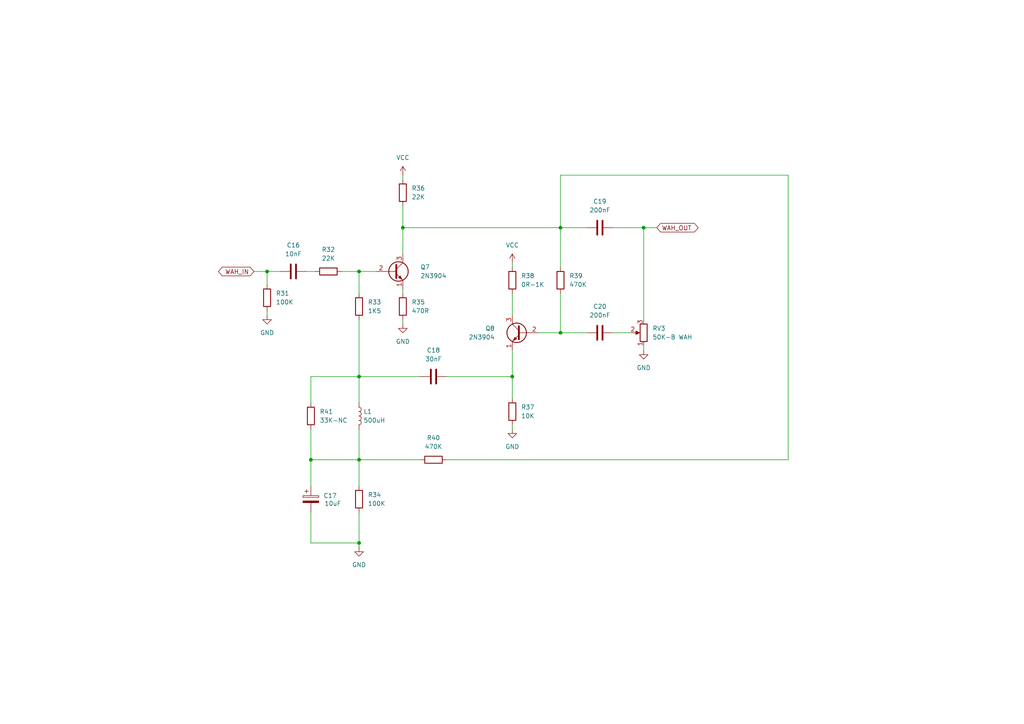
<source format=kicad_sch>
(kicad_sch (version 20250114) (generator "eeschema") (generator_version "9.0")
  (paper "A4")
  (lib_symbols
    (symbol "2N3904_1" (pin_names (offset 0) (hide yes))
      (property "Reference" "Q" (at 5.08 1.905 0))
      (property "Value" "2N3904" (at 5.08 0 0))
      (symbol "2N3904_1_0_1"
        (polyline (pts (xy -2.54 0) (xy 0.635 0)))
        (polyline (pts (xy 0.635 1.905) (xy 0.635 -1.905)) (stroke (width 0.508)))
        (circle (center 1.27 0) (radius 2.8194) (stroke (width 0.254)))
      )
      (symbol "2N3904_1_1_1"
        (polyline (pts (xy 0.635 0.635) (xy 2.54 2.54)))
        (polyline (pts (xy 0.635 -0.635) (xy 2.54 -2.54)))
        (polyline (pts (xy 1.27 -1.778) (xy 1.778 -1.27) (xy 2.286 -2.286) (xy 1.27 -1.778)) (fill (type outline)))
        (pin input line (at -5.08 0 0) (length 2.54) (name "B") (number "2"))
        (pin passive line (at 2.54 5.08 270) (length 2.54) (name "C") (number "3"))
        (pin passive line (at 2.54 -5.08 90) (length 2.54) (name "E") (number "1"))
      )
    )
    (symbol "Device:C" (pin_numbers (hide yes)) (pin_names (offset 0.254))
      (property "Reference" "C" (at 0.635 2.54 0))
      (property "Value" "C" (at 0.635 -2.54 0))
      (symbol "C_0_1"
        (polyline (pts (xy -2.032 0.762) (xy 2.032 0.762)) (stroke (width 0.508)))
        (polyline (pts (xy -2.032 -0.762) (xy 2.032 -0.762)) (stroke (width 0.508)))
      )
      (symbol "C_1_1"
        (pin passive line (at 0 3.81 270) (length 2.794) (name "~") (number "1"))
        (pin passive line (at 0 -3.81 90) (length 2.794) (name "~") (number "2"))
      )
    )
    (symbol "Device:C_Polarized" (pin_numbers (hide yes)) (pin_names (offset 0.254))
      (property "Reference" "C" (at 0.635 2.54 0))
      (property "Value" "C_Polarized" (at 0.635 -2.54 0))
      (symbol "C_Polarized_0_1"
        (rectangle (start -2.286 0.508) (end 2.286 1.016))
        (polyline (pts (xy -1.778 2.286) (xy -0.762 2.286)))
        (polyline (pts (xy -1.27 2.794) (xy -1.27 1.778)))
        (rectangle (start 2.286 -0.508) (end -2.286 -1.016) (fill (type outline)))
      )
      (symbol "C_Polarized_1_1"
        (pin passive line (at 0 3.81 270) (length 2.794) (name "~") (number "1"))
        (pin passive line (at 0 -3.81 90) (length 2.794) (name "~") (number "2"))
      )
    )
    (symbol "Device:L" (pin_numbers (hide yes)) (pin_names (offset 1.016) (hide yes))
      (property "Reference" "L" (at -1.27 0 90))
      (property "Value" "L" (at 1.905 0 90))
      (symbol "L_0_1"
        (arc (start 0 2.54) (mid 0.6323 1.905) (end 0 1.27))
        (arc (start 0 1.27) (mid 0.6323 0.635) (end 0 0))
        (arc (start 0 0) (mid 0.6323 -0.635) (end 0 -1.27))
        (arc (start 0 -1.27) (mid 0.6323 -1.905) (end 0 -2.54))
      )
      (symbol "L_1_1"
        (pin passive line (at 0 3.81 270) (length 1.27) (name "1") (number "1"))
        (pin passive line (at 0 -3.81 90) (length 1.27) (name "2") (number "2"))
      )
    )
    (symbol "Device:R" (pin_numbers (hide yes)) (pin_names (offset 0))
      (property "Reference" "R" (at 2.032 0 90))
      (property "Value" "R" (at 0 0 90))
      (symbol "R_0_1"
        (rectangle (start -1.016 -2.54) (end 1.016 2.54) (stroke (width 0.254)))
      )
      (symbol "R_1_1"
        (pin passive line (at 0 3.81 270) (length 1.27) (name "~") (number "1"))
        (pin passive line (at 0 -3.81 90) (length 1.27) (name "~") (number "2"))
      )
    )
    (symbol "Device:R_Potentiometer" (pin_names (offset 1.016) (hide yes))
      (property "Reference" "RV" (at -4.445 0 90))
      (property "Value" "R_Potentiometer" (at -2.54 0 90))
      (symbol "R_Potentiometer_0_1"
        (rectangle (start 1.016 2.54) (end -1.016 -2.54) (stroke (width 0.254)))
        (polyline (pts (xy 1.143 0) (xy 2.286 0.508) (xy 2.286 -0.508) (xy 1.143 0)) (fill (type outline)))
        (polyline (pts (xy 2.54 0) (xy 1.524 0)))
      )
      (symbol "R_Potentiometer_1_1"
        (pin passive line (at 0 3.81 270) (length 1.27) (name "1") (number "1"))
        (pin passive line (at 0 -3.81 90) (length 1.27) (name "3") (number "3"))
        (pin passive line (at 3.81 0 180) (length 1.27) (name "2") (number "2"))
      )
    )
    (symbol "GND_1" (power) (pin_numbers (hide yes)) (pin_names (offset 0) (hide yes))
      (property "Value" "GND" (at 0 -3.81 0))
      (symbol "GND_1_0_1"
        (polyline (pts (xy 0 0) (xy 0 -1.27) (xy 1.27 -1.27) (xy 0 -2.54) (xy -1.27 -1.27) (xy 0 -1.27)))
      )
      (symbol "GND_1_1_1"
        (pin power_in line (at 0 0 270) (length 0) (name "~") (number "1"))
      )
    )
    (symbol "GND_2" (power) (pin_numbers (hide yes)) (pin_names (offset 0) (hide yes))
      (property "Value" "GND" (at 0 -3.81 0))
      (symbol "GND_2_0_1"
        (polyline (pts (xy 0 0) (xy 0 -1.27) (xy 1.27 -1.27) (xy 0 -2.54) (xy -1.27 -1.27) (xy 0 -1.27)))
      )
      (symbol "GND_2_1_1"
        (pin power_in line (at 0 0 270) (length 0) (name "~") (number "1"))
      )
    )
    (symbol "GND_3" (power) (pin_numbers (hide yes)) (pin_names (offset 0) (hide yes))
      (property "Value" "GND" (at 0 -3.81 0))
      (symbol "GND_3_0_1"
        (polyline (pts (xy 0 0) (xy 0 -1.27) (xy 1.27 -1.27) (xy 0 -2.54) (xy -1.27 -1.27) (xy 0 -1.27)))
      )
      (symbol "GND_3_1_1"
        (pin power_in line (at 0 0 270) (length 0) (name "~") (number "1"))
      )
    )
    (symbol "GND_4" (power) (pin_numbers (hide yes)) (pin_names (offset 0) (hide yes))
      (property "Value" "GND" (at 0 -3.81 0))
      (symbol "GND_4_0_1"
        (polyline (pts (xy 0 0) (xy 0 -1.27) (xy 1.27 -1.27) (xy 0 -2.54) (xy -1.27 -1.27) (xy 0 -1.27)))
      )
      (symbol "GND_4_1_1"
        (pin power_in line (at 0 0 270) (length 0) (name "~") (number "1"))
      )
    )
    (symbol "Transistor_BJT:2N3904" (pin_names (offset 0) (hide yes))
      (property "Reference" "Q" (at 5.08 1.905 0))
      (property "Value" "2N3904" (at 5.08 0 0))
      (symbol "2N3904_0_1"
        (polyline (pts (xy -2.54 0) (xy 0.635 0)))
        (polyline (pts (xy 0.635 1.905) (xy 0.635 -1.905)) (stroke (width 0.508)))
        (circle (center 1.27 0) (radius 2.8194) (stroke (width 0.254)))
      )
      (symbol "2N3904_1_1"
        (polyline (pts (xy 0.635 0.635) (xy 2.54 2.54)))
        (polyline (pts (xy 0.635 -0.635) (xy 2.54 -2.54)))
        (polyline (pts (xy 1.27 -1.778) (xy 1.778 -1.27) (xy 2.286 -2.286) (xy 1.27 -1.778)) (fill (type outline)))
        (pin input line (at -5.08 0 0) (length 2.54) (name "B") (number "2"))
        (pin passive line (at 2.54 5.08 270) (length 2.54) (name "C") (number "3"))
        (pin passive line (at 2.54 -5.08 90) (length 2.54) (name "E") (number "1"))
      )
    )
    (symbol "power:GND" (power) (pin_numbers (hide yes)) (pin_names (offset 0) (hide yes))
      (property "Value" "GND" (at 0 -3.81 0))
      (symbol "GND_0_1"
        (polyline (pts (xy 0 0) (xy 0 -1.27) (xy 1.27 -1.27) (xy 0 -2.54) (xy -1.27 -1.27) (xy 0 -1.27)))
      )
      (symbol "GND_1_1"
        (pin power_in line (at 0 0 270) (length 0) (name "~") (number "1"))
      )
    )
    (symbol "power:VCC" (power) (pin_numbers (hide yes)) (pin_names (offset 0) (hide yes))
      (property "Value" "VCC" (at 0 3.556 0))
      (symbol "VCC_0_1"
        (polyline (pts (xy -0.762 1.27) (xy 0 2.54)))
        (polyline (pts (xy 0 2.54) (xy 0.762 1.27)))
        (polyline (pts (xy 0 0) (xy 0 2.54)))
      )
      (symbol "VCC_1_1"
        (pin power_in line (at 0 0 90) (length 0) (name "~") (number "1"))
      )
    )
  )
  (junction (at 104.14 78.74))
  (junction (at 116.84 66.04))
  (junction (at 90.17 133.35))
  (junction (at 104.14 157.48))
  (junction (at 162.56 66.04))
  (junction (at 77.47 78.74))
  (junction (at 104.14 109.22))
  (junction (at 162.56 96.52))
  (junction (at 104.14 133.35))
  (junction (at 148.59 109.22))
  (junction (at 186.69 66.04))
  (wire (pts (xy 88.9 78.74) (xy 91.44 78.74)))
  (wire (pts (xy 148.59 85.09) (xy 148.59 91.44)))
  (wire (pts (xy 99.06 78.74) (xy 104.14 78.74)))
  (wire (pts (xy 90.17 157.48) (xy 104.14 157.48)))
  (wire (pts (xy 104.14 157.48) (xy 104.14 158.75)))
  (wire (pts (xy 162.56 66.04) (xy 170.18 66.04)))
  (wire (pts (xy 104.14 124.46) (xy 104.14 133.35)))
  (wire (pts (xy 129.54 133.35) (xy 228.6 133.35)))
  (wire (pts (xy 104.14 78.74) (xy 109.22 78.74)))
  (wire (pts (xy 90.17 157.48) (xy 90.17 148.59)))
  (wire (pts (xy 148.59 123.19) (xy 148.59 124.46)))
  (wire (pts (xy 116.84 92.71) (xy 116.84 93.98)))
  (wire (pts (xy 148.59 109.22) (xy 148.59 115.57)))
  (wire (pts (xy 228.6 50.8) (xy 228.6 133.35)))
  (wire (pts (xy 73.66 78.74) (xy 77.47 78.74)))
  (wire (pts (xy 104.14 133.35) (xy 104.14 140.97)))
  (wire (pts (xy 228.6 50.8) (xy 162.56 50.8)))
  (wire (pts (xy 104.14 109.22) (xy 104.14 116.84)))
  (wire (pts (xy 90.17 116.84) (xy 90.17 109.22)))
  (wire (pts (xy 162.56 66.04) (xy 162.56 77.47)))
  (wire (pts (xy 81.28 78.74) (xy 77.47 78.74)))
  (wire (pts (xy 116.84 50.8) (xy 116.84 52.07)))
  (wire (pts (xy 77.47 78.74) (xy 77.47 82.55)))
  (wire (pts (xy 156.21 96.52) (xy 162.56 96.52)))
  (wire (pts (xy 162.56 85.09) (xy 162.56 96.52)))
  (wire (pts (xy 104.14 133.35) (xy 121.92 133.35)))
  (wire (pts (xy 148.59 101.6) (xy 148.59 109.22)))
  (wire (pts (xy 162.56 50.8) (xy 162.56 66.04)))
  (wire (pts (xy 90.17 133.35) (xy 104.14 133.35)))
  (wire (pts (xy 90.17 109.22) (xy 104.14 109.22)))
  (wire (pts (xy 116.84 66.04) (xy 116.84 73.66)))
  (wire (pts (xy 90.17 140.97) (xy 90.17 133.35)))
  (wire (pts (xy 177.8 66.04) (xy 186.69 66.04)))
  (wire (pts (xy 90.17 124.46) (xy 90.17 133.35)))
  (wire (pts (xy 104.14 92.71) (xy 104.14 109.22)))
  (wire (pts (xy 116.84 59.69) (xy 116.84 66.04)))
  (wire (pts (xy 104.14 157.48) (xy 104.14 148.59)))
  (wire (pts (xy 186.69 66.04) (xy 186.69 92.71)))
  (wire (pts (xy 77.47 90.17) (xy 77.47 91.44)))
  (wire (pts (xy 116.84 83.82) (xy 116.84 85.09)))
  (wire (pts (xy 104.14 109.22) (xy 121.92 109.22)))
  (wire (pts (xy 177.8 96.52) (xy 182.88 96.52)))
  (wire (pts (xy 162.56 96.52) (xy 170.18 96.52)))
  (wire (pts (xy 148.59 76.2) (xy 148.59 77.47)))
  (wire (pts (xy 162.56 66.04) (xy 116.84 66.04)))
  (wire (pts (xy 129.54 109.22) (xy 148.59 109.22)))
  (wire (pts (xy 104.14 78.74) (xy 104.14 85.09)))
  (wire (pts (xy 186.69 100.33) (xy 186.69 101.6)))
  (wire (pts (xy 186.69 66.04) (xy 190.5 66.04)))
  (global_label "WAH_OUT" (shape bidirectional) (at 190.5 66.04 0) (property "Intersheetrefs" "${INTERSHEET_REFS}" (effects (hide yes))))
  (global_label "WAH_IN" (shape bidirectional) (at 73.66 78.74 180) (property "Intersheetrefs" "${INTERSHEET_REFS}" (effects (hide yes))))
  (symbol (lib_id "Device:R") (at 148.59 81.28 0) (unit 1)
    (property "Reference" "R38" (at 151.13 80.01 0) (effects (justify left)))
    (property "Value" "0R-1K" (at 151.13 82.55 0) (effects (justify left)))
    (property "Footprint" "Resistor_THT:R_Axial_DIN0207_L6.3mm_D2.5mm_P7.62mm_Horizontal" (effects (hide yes)))
  )
  (symbol (lib_id "power:VCC") (at 148.59 76.2 0) (unit 1)
    (property "Reference" "#PWR031" (effects (hide yes)))
    (property "Value" "VCC" (at 148.59 71.12 0))
    (property "Description" "Power symbol creates a global label with name \"VCC\"" (effects (hide yes)))
  )
  (symbol (lib_id "Device:R") (at 116.84 88.9 0) (unit 1)
    (property "Reference" "R35" (at 119.38 87.63 0) (effects (justify left)))
    (property "Value" "470R" (at 119.38 90.17 0) (effects (justify left)))
    (property "Footprint" "Resistor_THT:R_Axial_DIN0207_L6.3mm_D2.5mm_P7.62mm_Horizontal" (effects (hide yes)))
  )
  (symbol (lib_id "Device:C") (at 85.09 78.74 90) (unit 1)
    (property "Reference" "C16" (at 85.09 71.12 90))
    (property "Value" "10nF" (at 85.09 73.66 90))
    (property "Footprint" "Capacitor_THT:C_Disc_D5.1mm_W3.2mm_P5.00mm" (effects (hide yes)))
  )
  (symbol (lib_id "Device:R") (at 148.59 119.38 0) (unit 1)
    (property "Reference" "R37" (at 151.13 118.11 0) (effects (justify left)))
    (property "Value" "10K" (at 151.13 120.65 0) (effects (justify left)))
    (property "Footprint" "Resistor_THT:R_Axial_DIN0207_L6.3mm_D2.5mm_P7.62mm_Horizontal" (effects (hide yes)))
  )
  (symbol (lib_name "GND_1") (lib_id "power:GND") (at 77.47 91.44 0) (unit 1)
    (property "Reference" "#PWR027" (effects (hide yes)))
    (property "Value" "GND" (at 77.47 96.52 0))
    (property "Description" "Power symbol creates a global label with name \"GND\" , ground" (effects (hide yes)))
  )
  (symbol (lib_id "Device:R") (at 125.73 133.35 90) (unit 1)
    (property "Reference" "R40" (at 125.73 127 90))
    (property "Value" "470K" (at 125.73 129.54 90))
    (property "Footprint" "Resistor_THT:R_Axial_DIN0207_L6.3mm_D2.5mm_P7.62mm_Horizontal" (effects (hide yes)))
  )
  (symbol (lib_id "power:GND") (at 186.69 101.6 0) (unit 1)
    (property "Reference" "#PWR032" (effects (hide yes)))
    (property "Value" "GND" (at 186.69 106.68 0))
    (property "Description" "Power symbol creates a global label with name \"GND\" , ground" (effects (hide yes)))
  )
  (symbol (lib_id "Transistor_BJT:2N3904") (at 151.13 96.52 0) (mirror y) (unit 1)
    (property "Reference" "Q8" (at 143.51 95.25 0) (effects (justify left)))
    (property "Value" "2N3904" (at 143.51 97.79 0) (effects (justify left)))
    (property "Footprint" "Package_TO_SOT_THT:TO-92_Inline" (effects (hide yes)))
    (property "Datasheet" "https://www.onsemi.com/pub/Collateral/2N3903-D.PDF" (effects (hide yes)))
    (property "Description" "0.2A Ic, 40V Vce, Small Signal NPN Transistor, TO-92" (effects (hide yes)))
  )
  (symbol (lib_id "Device:L") (at 104.14 120.65 0) (unit 1)
    (property "Reference" "L1" (at 105.41 119.38 0) (effects (justify left)))
    (property "Value" "500uH" (at 105.41 121.92 0) (effects (justify left)))
    (property "Footprint" "Inductor_THT:L_Radial_D16.8mm_P11.43mm_Vishay_IHB-1" (effects (hide yes)))
  )
  (symbol (lib_id "Device:R") (at 162.56 81.28 0) (unit 1)
    (property "Reference" "R39" (at 165.1 80.01 0) (effects (justify left)))
    (property "Value" "470K" (at 165.1 82.55 0) (effects (justify left)))
    (property "Footprint" "Resistor_THT:R_Axial_DIN0207_L6.3mm_D2.5mm_P7.62mm_Horizontal" (effects (hide yes)))
  )
  (symbol (lib_name "GND_2") (lib_id "power:GND") (at 116.84 93.98 0) (unit 1)
    (property "Reference" "#PWR028" (effects (hide yes)))
    (property "Value" "GND" (at 116.84 99.06 0))
    (property "Description" "Power symbol creates a global label with name \"GND\" , ground" (effects (hide yes)))
  )
  (symbol (lib_name "GND_4") (lib_id "power:GND") (at 104.14 158.75 0) (unit 1)
    (property "Reference" "#PWR026" (effects (hide yes)))
    (property "Value" "GND" (at 104.14 163.83 0))
    (property "Description" "Power symbol creates a global label with name \"GND\" , ground" (effects (hide yes)))
  )
  (symbol (lib_name "GND_3") (lib_id "power:GND") (at 148.59 124.46 0) (unit 1)
    (property "Reference" "#PWR030" (effects (hide yes)))
    (property "Value" "GND" (at 148.59 129.54 0))
    (property "Description" "Power symbol creates a global label with name \"GND\" , ground" (effects (hide yes)))
  )
  (symbol (lib_id "power:VCC") (at 116.84 50.8 0) (unit 1)
    (property "Reference" "#PWR029" (effects (hide yes)))
    (property "Value" "VCC" (at 116.84 45.72 0))
    (property "Description" "Power symbol creates a global label with name \"VCC\"" (effects (hide yes)))
  )
  (symbol (lib_id "Device:C") (at 173.99 66.04 90) (unit 1)
    (property "Reference" "C19" (at 173.99 58.42 90))
    (property "Value" "200nF" (at 173.99 60.96 90))
    (property "Footprint" "Capacitor_THT:C_Disc_D5.1mm_W3.2mm_P5.00mm" (effects (hide yes)))
  )
  (symbol (lib_id "Device:C") (at 173.99 96.52 90) (unit 1)
    (property "Reference" "C20" (at 173.99 88.9 90))
    (property "Value" "200nF" (at 173.99 91.44 90))
    (property "Footprint" "Capacitor_THT:C_Disc_D5.1mm_W3.2mm_P5.00mm" (effects (hide yes)))
  )
  (symbol (lib_id "Device:R") (at 104.14 88.9 180) (unit 1)
    (property "Reference" "R33" (at 106.68 87.63 0) (effects (justify right)))
    (property "Value" "1K5" (at 106.68 90.17 0) (effects (justify right)))
    (property "Footprint" "Resistor_THT:R_Axial_DIN0207_L6.3mm_D2.5mm_P7.62mm_Horizontal" (effects (hide yes)))
  )
  (symbol (lib_id "Device:R_Potentiometer") (at 186.69 96.52 180) (unit 1)
    (property "Reference" "RV3" (at 189.23 95.25 0) (effects (justify right)))
    (property "Value" "50K-B WAH" (at 189.23 97.79 0) (effects (justify right)))
    (property "Footprint" "DIY_jorge:Pot Alpha 16mm" (effects (hide yes)))
  )
  (symbol (lib_id "Device:R") (at 116.84 55.88 0) (unit 1)
    (property "Reference" "R36" (at 119.38 54.61 0) (effects (justify left)))
    (property "Value" "22K" (at 119.38 57.15 0) (effects (justify left)))
    (property "Footprint" "Resistor_THT:R_Axial_DIN0207_L6.3mm_D2.5mm_P7.62mm_Horizontal" (effects (hide yes)))
  )
  (symbol (lib_id "Device:R") (at 90.17 120.65 0) (unit 1)
    (property "Reference" "R41" (at 92.71 119.38 0) (effects (justify left)))
    (property "Value" "33K-NC" (at 92.71 121.92 0) (effects (justify left)))
    (property "Footprint" "Resistor_THT:R_Axial_DIN0207_L6.3mm_D2.5mm_P7.62mm_Horizontal" (effects (hide yes)))
  )
  (symbol (lib_id "Device:C") (at 125.73 109.22 90) (unit 1)
    (property "Reference" "C18" (at 125.73 101.6 90))
    (property "Value" "30nF" (at 125.73 104.14 90))
    (property "Footprint" "Capacitor_THT:C_Disc_D5.1mm_W3.2mm_P5.00mm" (effects (hide yes)))
  )
  (symbol (lib_id "Device:R") (at 104.14 144.78 0) (unit 1)
    (property "Reference" "R34" (at 106.68 143.51 0) (effects (justify left)))
    (property "Value" "100K" (at 106.68 146.05 0) (effects (justify left)))
    (property "Footprint" "Resistor_THT:R_Axial_DIN0207_L6.3mm_D2.5mm_P7.62mm_Horizontal" (effects (hide yes)))
  )
  (symbol (lib_id "Device:R") (at 77.47 86.36 0) (unit 1)
    (property "Reference" "R31" (at 80.01 85.09 0) (effects (justify left)))
    (property "Value" "100K" (at 80.01 87.63 0) (effects (justify left)))
    (property "Footprint" "Resistor_THT:R_Axial_DIN0207_L6.3mm_D2.5mm_P7.62mm_Horizontal" (effects (hide yes)))
  )
  (symbol (lib_id "Device:C_Polarized") (at 90.17 144.78 0) (unit 1)
    (property "Reference" "C17" (at 95.758 143.764 0))
    (property "Value" "10uF" (at 96.52 146.05 0))
    (property "Footprint" "Capacitor_THT:CP_Radial_D5.0mm_P2.00mm" (effects (hide yes)))
  )
  (symbol (lib_name "2N3904_1") (lib_id "Transistor_BJT:2N3904") (at 114.3 78.74 0) (unit 1)
    (property "Reference" "Q7" (at 121.92 77.47 0) (effects (justify left)))
    (property "Value" "2N3904" (at 121.92 80.01 0) (effects (justify left)))
    (property "Footprint" "Package_TO_SOT_THT:TO-92_Inline" (effects (hide yes)))
    (property "Datasheet" "https://www.onsemi.com/pub/Collateral/2N3903-D.PDF" (effects (hide yes)))
    (property "Description" "0.2A Ic, 40V Vce, Small Signal NPN Transistor, TO-92" (effects (hide yes)))
  )
  (symbol (lib_id "Device:R") (at 95.25 78.74 90) (unit 1)
    (property "Reference" "R32" (at 95.25 72.39 90))
    (property "Value" "22K" (at 95.25 74.93 90))
    (property "Footprint" "Resistor_THT:R_Axial_DIN0207_L6.3mm_D2.5mm_P7.62mm_Horizontal" (effects (hide yes)))
  )
)
</source>
